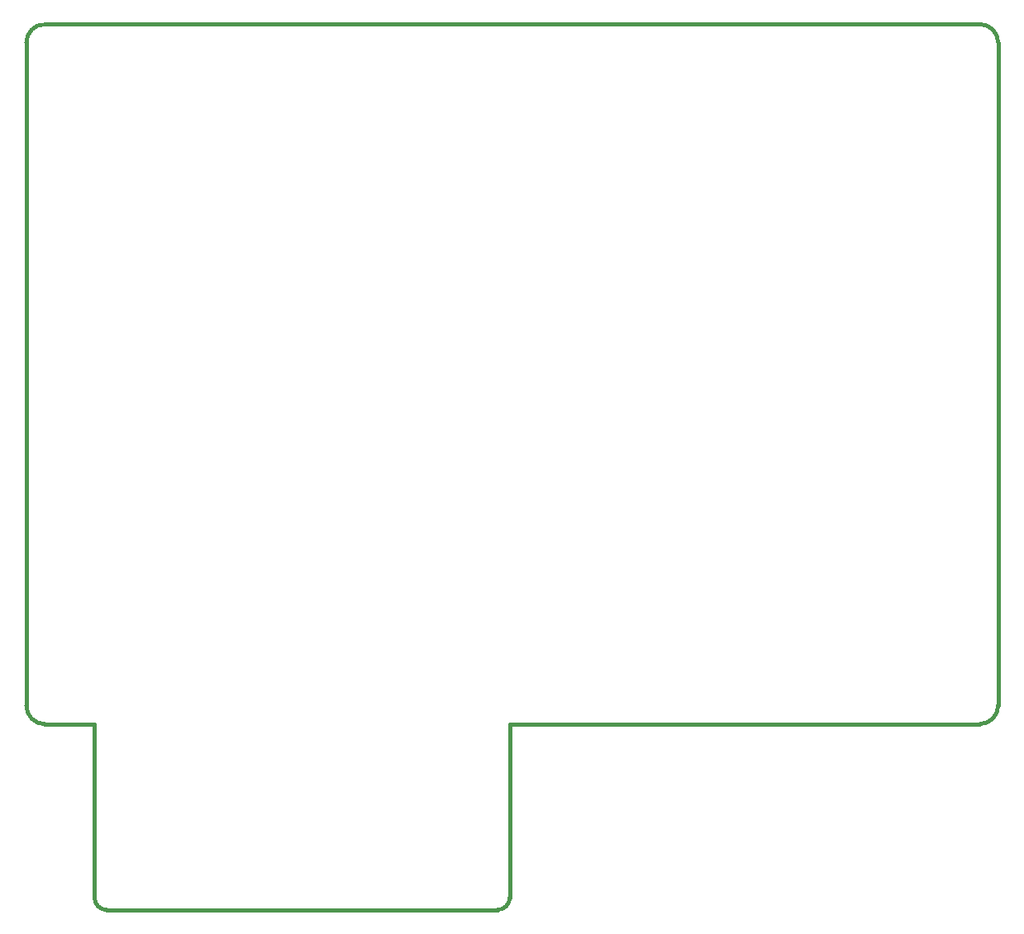
<source format=gm1>
G04 #@! TF.FileFunction,Profile,NP*
%FSLAX46Y46*%
G04 Gerber Fmt 4.6, Leading zero omitted, Abs format (unit mm)*
G04 Created by KiCad (PCBNEW 4.0.4-stable) date 04/20/17 09:34:57*
%MOMM*%
%LPD*%
G01*
G04 APERTURE LIST*
%ADD10C,0.150000*%
%ADD11C,0.381000*%
G04 APERTURE END LIST*
D10*
D11*
X86995000Y0D02*
X97663000Y0D01*
X49530000Y-71755000D02*
X97663000Y-71755000D01*
X1905000Y-71755000D02*
X6985000Y-71755000D01*
X8255000Y-90805000D02*
X48260000Y-90805000D01*
X6985000Y-89535000D02*
X6985000Y-86360000D01*
X49530000Y-89535000D02*
X49530000Y-86995000D01*
X0Y-1905000D02*
X0Y-69977000D01*
X1905000Y0D02*
X81534000Y0D01*
X1905000Y0D02*
G75*
G03X0Y-1905000I0J-1905000D01*
G01*
X99568000Y-1905000D02*
X99568000Y-12446000D01*
X99568000Y-1905000D02*
G75*
G03X97663000Y0I-1905000J0D01*
G01*
X99568000Y-69850000D02*
X99568000Y-12192000D01*
X97663000Y-71755000D02*
G75*
G03X99568000Y-69850000I0J1905000D01*
G01*
X87122000Y0D02*
X80899000Y0D01*
X48260000Y-90805000D02*
G75*
G03X49530000Y-89535000I0J1270000D01*
G01*
X6985000Y-89535000D02*
G75*
G03X8255000Y-90805000I1270000J0D01*
G01*
X49530000Y-86995000D02*
X49530000Y-71755000D01*
X6985000Y-71755000D02*
X6985000Y-86995000D01*
X0Y-69850000D02*
G75*
G03X1905000Y-71755000I1905000J0D01*
G01*
M02*

</source>
